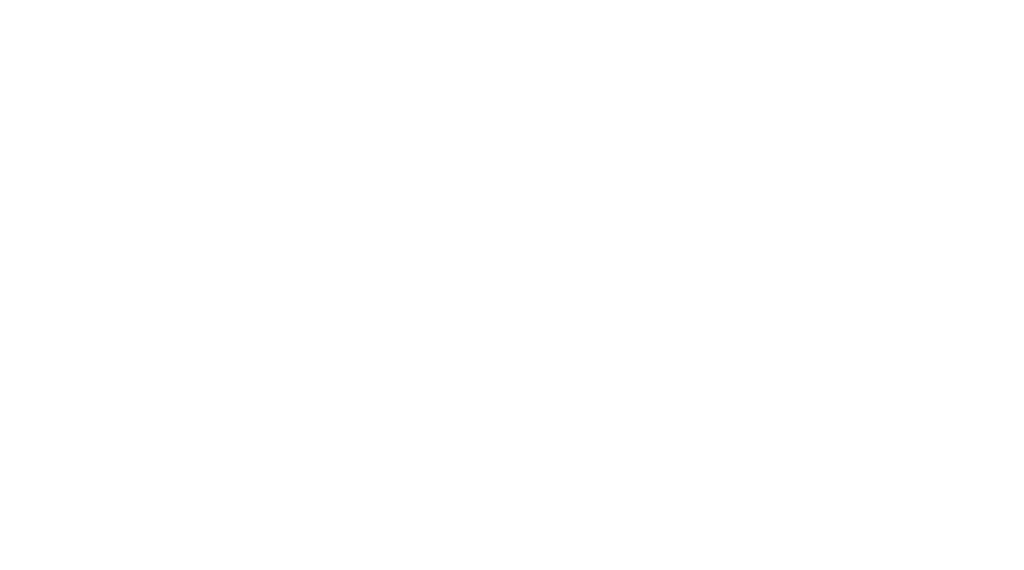
<source format=kicad_pcb>
(kicad_pcb (version 20240108) (generator pcbnew)
  (layers (0 "F.Cu" signal) (31 "B.Cu" signal) (34 "B.Paste" user) (35 "F.Paste" user) (36 "B.SilkS" user "B.Silkscreen") (37 "F.SilkS" user "F.Silkscreen") (38 "B.Mask" user) (39 "F.Mask" user) (44 "Edge.Cuts" user))
  (net 0 "")
  (footprint "MountingHole_6.4mm_M6" (layer "F.Cu") (at 0 0)
    (property "Reference" "REF**")
    (property "Value" "MountingHole_6.4mm_M6")
    (pad "" np_thru_hole circle (at 0 0) (size 6.4 6.4) (drill 6.4) (layers *.Cu *.Mask))
  )
)
</source>
